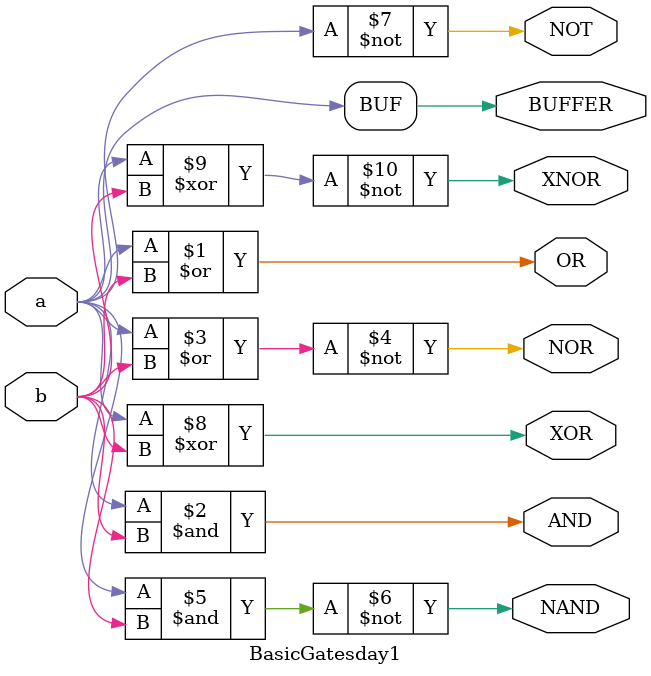
<source format=sv>
`timescale 1ns / 1ps


module BasicGatesday1(
 input logic a, b,
 output logic OR, AND, NOR, NAND, NOT, XOR, XNOR, BUFFER
  );
  
 
  assign OR = a | b;
  assign AND = a & b;
  assign NOR = ~(a | b);
  assign NAND = ~(a & b);
  assign NOT = ~(a); //only single input is used.
  assign XOR = a ^ b;
  assign XNOR = ~(a ^ b);
  assign BUFFER = a; //only single inpout is used
  
 
endmodule

</source>
